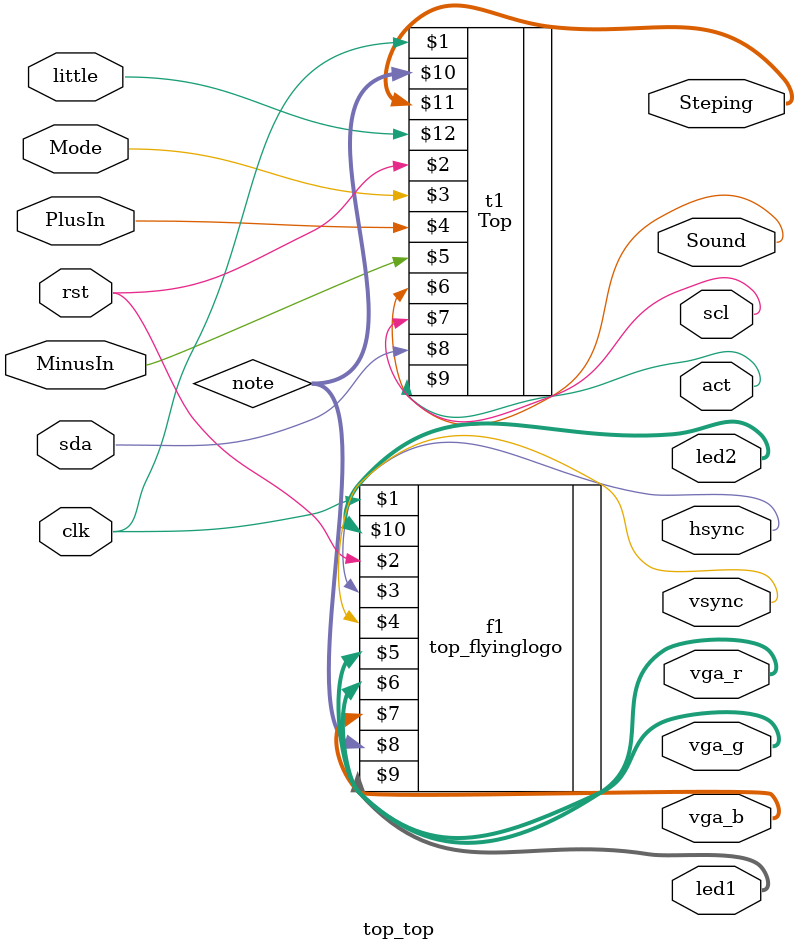
<source format=v>
`timescale 1ns / 1ps


module top_top(
    input clk,
    input rst, 
    output hsync, 
    output vsync, 
    output [3:0]vga_r, 
    output [3:0]vga_g, 
    output [3:0]vga_b,
    output [1:0]led1,
    output [1:0]led2, 
    input Mode,
    input PlusIn,
    input MinusIn,
    output Sound,
    output scl,
    inout sda,
    output act,
    output [2:0] Steping,
    input little
    );
    wire [7:0]note;
    Top t1(clk,rst,Mode,PlusIn,MinusIn,Sound,scl,sda,act, note,Steping,little);
    
    top_flyinglogo f1(clk, rst, hsync, vsync, vga_r, vga_g, vga_b, note,led1,led2);
    
endmodule

</source>
